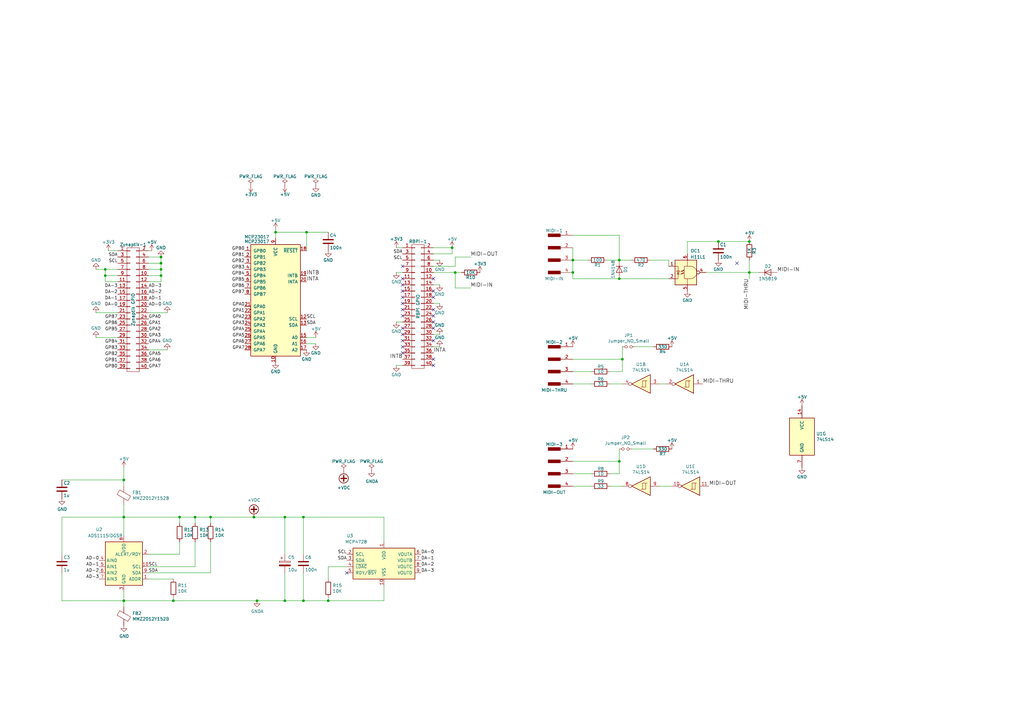
<source format=kicad_sch>
(kicad_sch (version 20211123) (generator eeschema)
  (paper "A3")
  (title_block (title "Zynthian Zynaptik circuit") (rev "0.1") (company "Zynthian"))
  (lib_symbols
    (symbol "74xx:74LS14" (pin_names (offset 1.016))
      (property "Reference" "U" (at 0 1.27 0))
      (property "Value" "74LS14" (at 0 -1.27 0))
      (symbol "74LS14_1_0"
        (pin input line (at -7.62 0 0) (length 3.81) (name "~") (number "1"))
        (pin output inverted (at 7.62 0 180) (length 3.81) (name "~") (number "2"))
      )
      (symbol "74LS14_2_0"
        (pin input line (at -7.62 0 0) (length 3.81) (name "~") (number "3"))
        (pin output inverted (at 7.62 0 180) (length 3.81) (name "~") (number "4"))
      )
      (symbol "74LS14_3_0"
        (pin input line (at -7.62 0 0) (length 3.81) (name "~") (number "5"))
        (pin output inverted (at 7.62 0 180) (length 3.81) (name "~") (number "6"))
      )
      (symbol "74LS14_4_0"
        (pin output inverted (at 7.62 0 180) (length 3.81) (name "~") (number "8"))
        (pin input line (at -7.62 0 0) (length 3.81) (name "~") (number "9"))
      )
      (symbol "74LS14_5_0"
        (pin output inverted (at 7.62 0 180) (length 3.81) (name "~") (number "10"))
        (pin input line (at -7.62 0 0) (length 3.81) (name "~") (number "11"))
      )
      (symbol "74LS14_6_0"
        (pin output inverted (at 7.62 0 180) (length 3.81) (name "~") (number "12"))
        (pin input line (at -7.62 0 0) (length 3.81) (name "~") (number "13"))
      )
      (symbol "74LS14_7_0"
        (pin power_in line (at 0 12.7 270) (length 5.08) (name "VCC") (number "14"))
        (pin power_in line (at 0 -12.7 90) (length 5.08) (name "GND") (number "7"))
      )
    )
    (symbol "Analog_ADC:ADS1115IDGS"
      (property "Reference" "U" (at 2.54 13.97 0))
      (property "Value" "ADS1115IDGS" (at 7.62 11.43 0))
      (symbol "ADS1115IDGS_1_1"
        (pin input line (at 10.16 -5.08 180) (length 2.54) (name "ADDR") (number "1"))
        (pin input line (at 10.16 0 180) (length 2.54) (name "SCL") (number "10"))
        (pin output line (at 10.16 5.08 180) (length 2.54) (name "ALERT/RDY") (number "2"))
        (pin power_in line (at 0 -10.16 90) (length 2.54) (name "GND") (number "3"))
        (pin input line (at -10.16 2.54 0) (length 2.54) (name "AIN0") (number "4"))
        (pin input line (at -10.16 0 0) (length 2.54) (name "AIN1") (number "5"))
        (pin input line (at -10.16 -2.54 0) (length 2.54) (name "AIN2") (number "6"))
        (pin input line (at -10.16 -5.08 0) (length 2.54) (name "AIN3") (number "7"))
        (pin power_in line (at 0 12.7 270) (length 2.54) (name "VDD") (number "8"))
        (pin bidirectional line (at 10.16 -2.54 180) (length 2.54) (name "SDA") (number "9"))
      )
    )
    (symbol "Analog_DAC:MCP4728" (pin_names (offset 1.016))
      (property "Reference" "U" (at -12.7 6.35 0))
      (property "Value" "MCP4728" (at 12.7 6.35 0))
      (symbol "MCP4728_1_1"
        (pin power_in line (at 0 7.62 270) (length 2.54) (name "VDD") (number "1"))
        (pin power_in line (at 0 -10.16 90) (length 2.54) (name "VSS") (number "10"))
        (pin input line (at -15.24 2.54 0) (length 2.54) (name "SCL") (number "2"))
        (pin bidirectional line (at -15.24 0 0) (length 2.54) (name "SDA") (number "3"))
        (pin input line (at -15.24 -2.54 0) (length 2.54) (name "~{LDAC}") (number "4"))
        (pin output line (at -15.24 -5.08 0) (length 2.54) (name "RDY/~{BSY}") (number "5"))
        (pin output line (at 15.24 2.54 180) (length 2.54) (name "VOUTA") (number "6"))
        (pin output line (at 15.24 0 180) (length 2.54) (name "VOUTB") (number "7"))
        (pin output line (at 15.24 -2.54 180) (length 2.54) (name "VOUTC") (number "8"))
        (pin output line (at 15.24 -5.08 180) (length 2.54) (name "VOUTD") (number "9"))
      )
    )
    (symbol "Device:R" (pin_numbers hide) (pin_names (offset 0))
      (property "Reference" "R" (at 2.032 0 90))
      (property "Value" "R" (at 0 0 90))
      (symbol "R_1_1"
        (pin passive line (at 0 3.81 270) (length 1.27) (name "~") (number "1"))
        (pin passive line (at 0 -3.81 90) (length 1.27) (name "~") (number "2"))
      )
    )
    (symbol "power:+VDC" (power) (pin_names (offset 0))
      (property "Value" "+VDC" (at 0 6.35 0))
      (symbol "+VDC_1_1"
        (pin power_in line (at 0 0 90) (length 0) hide (name "+VDC") (number "1"))
      )
    )
    (symbol "power:GND" (power) (pin_names (offset 0))
      (property "Value" "GND" (at 0 -3.81 0))
      (symbol "GND_1_1"
        (pin power_in line (at 0 0 270) (length 0) hide (name "GND") (number "1"))
      )
    )
    (symbol "power:GNDA" (power) (pin_names (offset 0))
      (property "Value" "GNDA" (at 0 -3.81 0))
      (symbol "GNDA_1_1"
        (pin power_in line (at 0 0 270) (length 0) hide (name "GNDA") (number "1"))
      )
    )
    (symbol "zynthian_zynaptik-rescue:+3.3V-power1-zynthian_zynaptik-rescue" (power) (pin_names (offset 0))
      (property "Value" "+3.3V-power1-zynthian_zynaptik-rescue" (at 0 3.556 0))
      (symbol "+3.3V-power1-zynthian_zynaptik-rescue_1_1"
        (pin power_in line (at 0 0 90) (length 0) hide (name "+3V3") (number "1"))
      )
    )
    (symbol "zynthian_zynaptik-rescue:+5V-power1-zynthian_zynaptik-rescue" (power) (pin_names (offset 0))
      (property "Value" "+5V-power1-zynthian_zynaptik-rescue" (at 0 3.556 0))
      (symbol "+5V-power1-zynthian_zynaptik-rescue_1_1"
        (pin power_in line (at 0 0 90) (length 0) hide (name "+5V") (number "1"))
      )
    )
    (symbol "zynthian_zynaptik-rescue:C-device-zynthian_zynaptik-rescue" (pin_numbers hide) (pin_names (offset 0.254))
      (property "Reference" "C" (at 0.635 2.54 0))
      (property "Value" "C-device-zynthian_zynaptik-rescue" (at 0.635 -2.54 0))
      (symbol "C-device-zynthian_zynaptik-rescue_1_1"
        (pin passive line (at 0 3.81 270) (length 2.794) (name "~") (number "1"))
        (pin passive line (at 0 -3.81 90) (length 2.794) (name "~") (number "2"))
      )
    )
    (symbol "zynthian_zynaptik-rescue:CONN_01X04_MALE-conn-zynthian_zynaptik-rescue" (pin_names (offset 1.016) hide)
      (property "Reference" "J" (at 0 9.525 0))
      (property "Value" "CONN_01X04_MALE-conn-zynthian_zynaptik-rescue" (at 0 -10.16 0))
      (symbol "CONN_01X04_MALE-conn-zynthian_zynaptik-rescue_1_1"
        (pin passive line (at 7.62 7.62 180) (length 5.08) (name "1") (number "1"))
        (pin passive line (at 7.62 2.54 180) (length 5.08) (name "2") (number "2"))
        (pin passive line (at 7.62 -2.54 180) (length 5.08) (name "3") (number "3"))
        (pin passive line (at 7.62 -7.62 180) (length 5.08) (name "4") (number "4"))
      )
    )
    (symbol "zynthian_zynaptik-rescue:CONN_02X20-conn-zynthian_zynaptik-rescue" (pin_names (offset 0.0254) hide)
      (property "Reference" "J" (at 0 26.67 0))
      (property "Value" "CONN_02X20-conn-zynthian_zynaptik-rescue" (at 0 0 90))
      (symbol "CONN_02X20-conn-zynthian_zynaptik-rescue_1_1"
        (pin passive line (at -6.35 24.13 0) (length 3.81) (name "P1") (number "1"))
        (pin passive line (at 6.35 13.97 180) (length 3.81) (name "P10") (number "10"))
        (pin passive line (at -6.35 11.43 0) (length 3.81) (name "P11") (number "11"))
        (pin passive line (at 6.35 11.43 180) (length 3.81) (name "P12") (number "12"))
        (pin passive line (at -6.35 8.89 0) (length 3.81) (name "P13") (number "13"))
        (pin passive line (at 6.35 8.89 180) (length 3.81) (name "P14") (number "14"))
        (pin passive line (at -6.35 6.35 0) (length 3.81) (name "P15") (number "15"))
        (pin passive line (at 6.35 6.35 180) (length 3.81) (name "P16") (number "16"))
        (pin passive line (at -6.35 3.81 0) (length 3.81) (name "P17") (number "17"))
        (pin passive line (at 6.35 3.81 180) (length 3.81) (name "P18") (number "18"))
        (pin passive line (at -6.35 1.27 0) (length 3.81) (name "P19") (number "19"))
        (pin passive line (at 6.35 24.13 180) (length 3.81) (name "P2") (number "2"))
        (pin passive line (at 6.35 1.27 180) (length 3.81) (name "P20") (number "20"))
        (pin passive line (at -6.35 -1.27 0) (length 3.81) (name "P21") (number "21"))
        (pin passive line (at 6.35 -1.27 180) (length 3.81) (name "P22") (number "22"))
        (pin passive line (at -6.35 -3.81 0) (length 3.81) (name "P23") (number "23"))
        (pin passive line (at 6.35 -3.81 180) (length 3.81) (name "P24") (number "24"))
        (pin passive line (at -6.35 -6.35 0) (length 3.81) (name "P25") (number "25"))
        (pin passive line (at 6.35 -6.35 180) (length 3.81) (name "P26") (number "26"))
        (pin passive line (at -6.35 -8.89 0) (length 3.81) (name "P27") (number "27"))
        (pin passive line (at 6.35 -8.89 180) (length 3.81) (name "P28") (number "28"))
        (pin passive line (at -6.35 -11.43 0) (length 3.81) (name "P29") (number "29"))
        (pin passive line (at -6.35 21.59 0) (length 3.81) (name "P3") (number "3"))
        (pin passive line (at 6.35 -11.43 180) (length 3.81) (name "P30") (number "30"))
        (pin passive line (at -6.35 -13.97 0) (length 3.81) (name "P31") (number "31"))
        (pin passive line (at 6.35 -13.97 180) (length 3.81) (name "P32") (number "32"))
        (pin passive line (at -6.35 -16.51 0) (length 3.81) (name "P33") (number "33"))
        (pin passive line (at 6.35 -16.51 180) (length 3.81) (name "P34") (number "34"))
        (pin passive line (at -6.35 -19.05 0) (length 3.81) (name "P35") (number "35"))
        (pin passive line (at 6.35 -19.05 180) (length 3.81) (name "P36") (number "36"))
        (pin passive line (at -6.35 -21.59 0) (length 3.81) (name "P37") (number "37"))
        (pin passive line (at 6.35 -21.59 180) (length 3.81) (name "P38") (number "38"))
        (pin passive line (at -6.35 -24.13 0) (length 3.81) (name "P39") (number "39"))
        (pin passive line (at 6.35 21.59 180) (length 3.81) (name "P4") (number "4"))
        (pin passive line (at 6.35 -24.13 180) (length 3.81) (name "P40") (number "40"))
        (pin passive line (at -6.35 19.05 0) (length 3.81) (name "P5") (number "5"))
        (pin passive line (at 6.35 19.05 180) (length 3.81) (name "P6") (number "6"))
        (pin passive line (at -6.35 16.51 0) (length 3.81) (name "P7") (number "7"))
        (pin passive line (at 6.35 16.51 180) (length 3.81) (name "P8") (number "8"))
        (pin passive line (at -6.35 13.97 0) (length 3.81) (name "P9") (number "9"))
      )
    )
    (symbol "zynthian_zynaptik-rescue:CP-Device" (pin_numbers hide) (pin_names (offset 0.254))
      (property "Reference" "C" (at 0.635 2.54 0))
      (property "Value" "CP-Device" (at 0.635 -2.54 0))
      (symbol "CP-Device_1_1"
        (pin passive line (at 0 3.81 270) (length 2.794) (name "~") (number "1"))
        (pin passive line (at 0 -3.81 90) (length 2.794) (name "~") (number "2"))
      )
    )
    (symbol "zynthian_zynaptik-rescue:D-device-zynthian_zynaptik-rescue" (pin_numbers hide) (pin_names (offset 1.016) hide)
      (property "Reference" "D" (at 0 2.54 0))
      (property "Value" "D-device-zynthian_zynaptik-rescue" (at 0 -2.54 0))
      (symbol "D-device-zynthian_zynaptik-rescue_1_1"
        (pin passive line (at -3.81 0 0) (length 2.54) (name "K") (number "1"))
        (pin passive line (at 3.81 0 180) (length 2.54) (name "A") (number "2"))
      )
    )
    (symbol "zynthian_zynaptik-rescue:Ferrite_Bead-Device" (pin_numbers hide) (pin_names (offset 0))
      (property "Reference" "FB" (at -3.81 0.635 90))
      (property "Value" "Ferrite_Bead-Device" (at 3.81 0 90))
      (symbol "Ferrite_Bead-Device_1_1"
        (pin passive line (at 0 3.81 270) (length 2.54) (name "~") (number "1"))
        (pin passive line (at 0 -3.81 90) (length 2.54) (name "~") (number "2"))
      )
    )
    (symbol "zynthian_zynaptik-rescue:GND-power1-zynthian_zynaptik-rescue" (power) (pin_names (offset 0))
      (property "Value" "GND-power1-zynthian_zynaptik-rescue" (at 0 -3.81 0))
      (symbol "GND-power1-zynthian_zynaptik-rescue_1_1"
        (pin power_in line (at 0 0 270) (length 0) hide (name "GND") (number "1"))
      )
    )
    (symbol "zynthian_zynaptik-rescue:H11L1-opto-zynthian_zynaptik-rescue" (pin_names (offset 1.016))
      (property "Reference" "U" (at 1.27 8.89 0))
      (property "Value" "H11L1-opto-zynthian_zynaptik-rescue" (at 1.27 6.35 0))
      (symbol "H11L1-opto-zynthian_zynaptik-rescue_1_1"
        (pin passive line (at -7.62 2.54 0) (length 2.54) (name "~") (number "1"))
        (pin passive line (at -7.62 -2.54 0) (length 2.54) (name "~") (number "2"))
        (pin no_connect line (at -7.62 0 0) (length 2.54) hide (name "~") (number "3"))
        (pin output inverted (at 7.62 0 180) (length 3.81) (name "~") (number "4"))
        (pin power_in line (at 0 -7.62 90) (length 2.54) (name "~") (number "5"))
        (pin power_in line (at 0 7.62 270) (length 2.54) (name "~") (number "6"))
      )
    )
    (symbol "zynthian_zynaptik-rescue:Jumper_NO_Small-device-zynthian_zynaptik-rescue" (pin_numbers hide) (pin_names (offset 0.762) hide)
      (property "Reference" "JP" (at 0 2.032 0))
      (property "Value" "Jumper_NO_Small-device-zynthian_zynaptik-rescue" (at 0.254 -1.524 0))
      (symbol "Jumper_NO_Small-device-zynthian_zynaptik-rescue_0_1"
        (pin passive line (at -2.54 0 0) (length 1.016) (name "1") (number "1"))
        (pin passive line (at 2.54 0 180) (length 1.016) (name "2") (number "2"))
      )
    )
    (symbol "zynthian_zynaptik-rescue:MCP23017-microchip-zynthian_zynaptik-rescue" (pin_names (offset 1.016))
      (property "Reference" "U" (at -2.54 26.035 0))
      (property "Value" "MCP23017-microchip-zynthian_zynaptik-rescue" (at -2.54 24.13 0))
      (symbol "MCP23017-microchip-zynthian_zynaptik-rescue_1_1"
        (pin bidirectional line (at -12.7 20.32 0) (length 2.54) (name "GPB0") (number "1"))
        (pin power_in line (at 0 -25.4 90) (length 2.54) (name "GND") (number "10"))
        (pin input line (at 12.7 -7.62 180) (length 2.54) (name "SCL") (number "12"))
        (pin bidirectional line (at 12.7 -10.16 180) (length 2.54) (name "SDA") (number "13"))
        (pin input line (at 12.7 -15.24 180) (length 2.54) (name "A0") (number "15"))
        (pin input line (at 12.7 -17.78 180) (length 2.54) (name "A1") (number "16"))
        (pin input line (at 12.7 -20.32 180) (length 2.54) (name "A2") (number "17"))
        (pin input line (at 12.7 20.32 180) (length 2.54) (name "~{RESET}") (number "18"))
        (pin output line (at 12.7 10.16 180) (length 2.54) (name "INTB") (number "19"))
        (pin bidirectional line (at -12.7 17.78 0) (length 2.54) (name "GPB1") (number "2"))
        (pin output line (at 12.7 7.62 180) (length 2.54) (name "INTA") (number "20"))
        (pin bidirectional line (at -12.7 -2.54 0) (length 2.54) (name "GPA0") (number "21"))
        (pin bidirectional line (at -12.7 -5.08 0) (length 2.54) (name "GPA1") (number "22"))
        (pin bidirectional line (at -12.7 -7.62 0) (length 2.54) (name "GPA2") (number "23"))
        (pin bidirectional line (at -12.7 -10.16 0) (length 2.54) (name "GPA3") (number "24"))
        (pin bidirectional line (at -12.7 -12.7 0) (length 2.54) (name "GPA4") (number "25"))
        (pin bidirectional line (at -12.7 -15.24 0) (length 2.54) (name "GPA5") (number "26"))
        (pin bidirectional line (at -12.7 -17.78 0) (length 2.54) (name "GPA6") (number "27"))
        (pin bidirectional line (at -12.7 -20.32 0) (length 2.54) (name "GPA7") (number "28"))
        (pin bidirectional line (at -12.7 15.24 0) (length 2.54) (name "GPB2") (number "3"))
        (pin bidirectional line (at -12.7 12.7 0) (length 2.54) (name "GPB3") (number "4"))
        (pin bidirectional line (at -12.7 10.16 0) (length 2.54) (name "GPB4") (number "5"))
        (pin bidirectional line (at -12.7 7.62 0) (length 2.54) (name "GPB5") (number "6"))
        (pin bidirectional line (at -12.7 5.08 0) (length 2.54) (name "GPB6") (number "7"))
        (pin bidirectional line (at -12.7 2.54 0) (length 2.54) (name "GPB7") (number "8"))
        (pin power_in line (at 0 25.4 270) (length 2.54) (name "VCC") (number "9"))
      )
    )
    (symbol "zynthian_zynaptik-rescue:PWR_FLAG-power1-zynthian_zynaptik-rescue" (power) (pin_numbers hide) (pin_names (offset 0) hide)
      (property "Value" "PWR_FLAG-power1-zynthian_zynaptik-rescue" (at 0 3.81 0))
      (symbol "PWR_FLAG-power1-zynthian_zynaptik-rescue_0_0"
        (pin power_out line (at 0 0 90) (length 0) (name "pwr") (number "1"))
      )
    )
    (symbol "zynthian_zynaptik-rescue:R-device-zynthian_zynaptik-rescue" (pin_numbers hide) (pin_names (offset 0))
      (property "Reference" "R" (at 2.032 0 90))
      (property "Value" "R-device-zynthian_zynaptik-rescue" (at 0 0 90))
      (symbol "R-device-zynthian_zynaptik-rescue_1_1"
        (pin passive line (at 0 3.81 270) (length 1.27) (name "~") (number "1"))
        (pin passive line (at 0 -3.81 90) (length 1.27) (name "~") (number "2"))
      )
    )
  )
  (junction (at 116.84 212.09))
  (junction (at 50.8 246.38))
  (junction (at 125.73 95.25))
  (junction (at 50.8 196.85))
  (junction (at 50.8 212.09))
  (junction (at 185.42 101.6))
  (junction (at 43.18 110.49))
  (junction (at 134.62 246.38))
  (junction (at 104.14 212.09))
  (junction (at 307.34 99.06))
  (junction (at 66.04 113.03))
  (junction (at 66.04 107.95))
  (junction (at 294.64 99.06))
  (junction (at 105.41 246.38))
  (junction (at 186.69 111.76))
  (junction (at 254 106.68))
  (junction (at 73.66 212.09))
  (junction (at 66.04 110.49))
  (junction (at 116.84 246.38))
  (junction (at 254 114.3))
  (junction (at 234.95 111.76))
  (junction (at 124.46 246.38))
  (junction (at 307.34 111.76))
  (junction (at 66.04 105.41))
  (junction (at 43.18 113.03))
  (junction (at 234.95 106.68))
  (junction (at 71.12 246.38))
  (junction (at 86.36 212.09))
  (junction (at 255.27 147.32))
  (junction (at 124.46 212.09))
  (junction (at 80.01 212.09))
  (junction (at 254 189.23))
  (junction (at 113.03 95.25))
  (no_connect (at 165.1 129.54))
  (no_connect (at 302.26 107.95))
  (no_connect (at 165.1 119.38))
  (no_connect (at 177.8 149.86))
  (no_connect (at 177.8 147.32))
  (no_connect (at 165.1 127))
  (no_connect (at 177.8 132.08))
  (no_connect (at 177.8 114.3))
  (no_connect (at 165.1 142.24))
  (no_connect (at 177.8 119.38))
  (no_connect (at 165.1 139.7))
  (no_connect (at 177.8 129.54))
  (no_connect (at 165.1 114.3))
  (no_connect (at 165.1 137.16))
  (no_connect (at 142.24 234.95))
  (no_connect (at 177.8 127))
  (no_connect (at 177.8 121.92))
  (no_connect (at 165.1 109.22))
  (no_connect (at 165.1 124.46))
  (no_connect (at 165.1 116.84))
  (no_connect (at 177.8 134.62))
  (no_connect (at 165.1 121.92))
  (no_connect (at 177.8 139.7))
  (no_connect (at 165.1 134.62))
  (no_connect (at 165.1 144.78))
  (wire (pts (xy 86.36 214.63) (xy 86.36 212.09)))
  (wire (pts (xy 124.46 227.33) (xy 124.46 212.09)))
  (wire (pts (xy 66.04 113.03) (xy 66.04 110.49)))
  (wire (pts (xy 71.12 246.38) (xy 50.8 246.38)))
  (wire (pts (xy 48.26 115.57) (xy 43.18 115.57)))
  (wire (pts (xy 71.12 245.11) (xy 71.12 246.38)))
  (wire (pts (xy 255.27 199.39) (xy 250.19 199.39)))
  (wire (pts (xy 177.8 124.46) (xy 180.34 124.46)))
  (wire (pts (xy 43.18 115.57) (xy 43.18 113.03)))
  (wire (pts (xy 124.46 212.09) (xy 116.84 212.09)))
  (wire (pts (xy 255.27 142.24) (xy 255.27 147.32)))
  (wire (pts (xy 307.34 111.76) (xy 311.15 111.76)))
  (wire (pts (xy 266.7 106.68) (xy 274.32 106.68)))
  (wire (pts (xy 177.8 142.24) (xy 180.34 142.24)))
  (wire (pts (xy 25.4 234.95) (xy 25.4 246.38)))
  (wire (pts (xy 66.04 115.57) (xy 66.04 113.03)))
  (wire (pts (xy 43.18 113.03) (xy 43.18 110.49)))
  (wire (pts (xy 250.19 152.4) (xy 255.27 152.4)))
  (wire (pts (xy 281.94 104.14) (xy 281.94 99.06)))
  (wire (pts (xy 234.95 101.6) (xy 234.95 106.68)))
  (wire (pts (xy 250.19 157.48) (xy 255.27 157.48)))
  (wire (pts (xy 25.4 227.33) (xy 25.4 212.09)))
  (wire (pts (xy 116.84 212.09) (xy 104.14 212.09)))
  (wire (pts (xy 43.18 110.49) (xy 48.26 110.49)))
  (wire (pts (xy 186.69 118.11) (xy 193.04 118.11)))
  (wire (pts (xy 80.01 212.09) (xy 73.66 212.09)))
  (wire (pts (xy 255.27 147.32) (xy 255.27 152.4)))
  (wire (pts (xy 270.51 157.48) (xy 273.05 157.48)))
  (wire (pts (xy 177.8 137.16) (xy 180.34 137.16)))
  (wire (pts (xy 125.73 95.25) (xy 134.62 95.25)))
  (wire (pts (xy 125.73 102.87) (xy 125.73 95.25)))
  (wire (pts (xy 86.36 212.09) (xy 80.01 212.09)))
  (wire (pts (xy 104.14 212.09) (xy 86.36 212.09)))
  (wire (pts (xy 254 114.3) (xy 274.32 114.3)))
  (wire (pts (xy 248.92 106.68) (xy 254 106.68)))
  (wire (pts (xy 241.3 106.68) (xy 234.95 106.68)))
  (wire (pts (xy 113.03 95.25) (xy 113.03 97.79)))
  (wire (pts (xy 307.34 111.76) (xy 307.34 114.3)))
  (wire (pts (xy 113.03 93.98) (xy 113.03 95.25)))
  (wire (pts (xy 39.37 128.27) (xy 48.26 128.27)))
  (wire (pts (xy 48.26 102.87) (xy 44.45 102.87)))
  (wire (pts (xy 254 189.23) (xy 254 184.15)))
  (wire (pts (xy 254 96.52) (xy 234.95 96.52)))
  (wire (pts (xy 66.04 110.49) (xy 66.04 107.95)))
  (wire (pts (xy 234.95 152.4) (xy 242.57 152.4)))
  (wire (pts (xy 134.62 245.11) (xy 134.62 246.38)))
  (wire (pts (xy 113.03 95.25) (xy 125.73 95.25)))
  (wire (pts (xy 186.69 109.22) (xy 186.69 105.41)))
  (wire (pts (xy 165.1 111.76) (xy 162.56 111.76)))
  (wire (pts (xy 259.08 184.15) (xy 267.97 184.15)))
  (wire (pts (xy 242.57 199.39) (xy 234.95 199.39)))
  (wire (pts (xy 39.37 138.43) (xy 48.26 138.43)))
  (wire (pts (xy 289.56 111.76) (xy 307.34 111.76)))
  (wire (pts (xy 124.46 246.38) (xy 116.84 246.38)))
  (wire (pts (xy 50.8 207.01) (xy 50.8 212.09)))
  (wire (pts (xy 260.35 142.24) (xy 267.97 142.24)))
  (wire (pts (xy 60.96 105.41) (xy 66.04 105.41)))
  (wire (pts (xy 66.04 107.95) (xy 66.04 105.41)))
  (wire (pts (xy 186.69 111.76) (xy 186.69 118.11)))
  (wire (pts (xy 60.96 237.49) (xy 71.12 237.49)))
  (wire (pts (xy 281.94 99.06) (xy 294.64 99.06)))
  (wire (pts (xy 125.73 138.43) (xy 129.54 138.43)))
  (wire (pts (xy 60.96 232.41) (xy 80.01 232.41)))
  (wire (pts (xy 234.95 106.68) (xy 234.95 111.76)))
  (wire (pts (xy 60.96 227.33) (xy 73.66 227.33)))
  (wire (pts (xy 307.34 106.68) (xy 307.34 111.76)))
  (wire (pts (xy 86.36 234.95) (xy 86.36 222.25)))
  (wire (pts (xy 80.01 214.63) (xy 80.01 212.09)))
  (wire (pts (xy 157.48 240.03) (xy 157.48 246.38)))
  (wire (pts (xy 73.66 227.33) (xy 73.66 222.25)))
  (wire (pts (xy 134.62 232.41) (xy 134.62 237.49)))
  (wire (pts (xy 124.46 234.95) (xy 124.46 246.38)))
  (wire (pts (xy 105.41 246.38) (xy 71.12 246.38)))
  (wire (pts (xy 157.48 246.38) (xy 134.62 246.38)))
  (wire (pts (xy 25.4 212.09) (xy 50.8 212.09)))
  (wire (pts (xy 162.56 101.6) (xy 165.1 101.6)))
  (wire (pts (xy 60.96 113.03) (xy 66.04 113.03)))
  (wire (pts (xy 50.8 191.77) (xy 50.8 196.85)))
  (wire (pts (xy 60.96 107.95) (xy 66.04 107.95)))
  (wire (pts (xy 50.8 199.39) (xy 50.8 196.85)))
  (wire (pts (xy 50.8 212.09) (xy 50.8 219.71)))
  (wire (pts (xy 116.84 227.33) (xy 116.84 212.09)))
  (wire (pts (xy 177.8 109.22) (xy 186.69 109.22)))
  (wire (pts (xy 254 194.31) (xy 250.19 194.31)))
  (wire (pts (xy 142.24 232.41) (xy 134.62 232.41)))
  (wire (pts (xy 60.96 110.49) (xy 66.04 110.49)))
  (wire (pts (xy 177.8 116.84) (xy 180.34 116.84)))
  (wire (pts (xy 234.95 114.3) (xy 254 114.3)))
  (wire (pts (xy 60.96 102.87) (xy 62.23 102.87)))
  (wire (pts (xy 157.48 222.25) (xy 157.48 212.09)))
  (wire (pts (xy 242.57 194.31) (xy 234.95 194.31)))
  (wire (pts (xy 275.59 199.39) (xy 270.51 199.39)))
  (wire (pts (xy 116.84 246.38) (xy 105.41 246.38)))
  (wire (pts (xy 185.42 104.14) (xy 177.8 104.14)))
  (wire (pts (xy 274.32 106.68) (xy 274.32 109.22)))
  (wire (pts (xy 68.58 128.27) (xy 60.96 128.27)))
  (wire (pts (xy 234.95 111.76) (xy 234.95 114.3)))
  (wire (pts (xy 294.64 99.06) (xy 307.34 99.06)))
  (wire (pts (xy 177.8 106.68) (xy 180.34 106.68)))
  (wire (pts (xy 234.95 147.32) (xy 255.27 147.32)))
  (wire (pts (xy 25.4 246.38) (xy 50.8 246.38)))
  (wire (pts (xy 50.8 246.38) (xy 50.8 242.57)))
  (wire (pts (xy 60.96 143.51) (xy 68.58 143.51)))
  (wire (pts (xy 177.8 111.76) (xy 186.69 111.76)))
  (wire (pts (xy 73.66 212.09) (xy 73.66 214.63)))
  (wire (pts (xy 25.4 196.85) (xy 50.8 196.85)))
  (wire (pts (xy 165.1 132.08) (xy 162.56 132.08)))
  (wire (pts (xy 254 189.23) (xy 254 194.31)))
  (wire (pts (xy 186.69 105.41) (xy 193.04 105.41)))
  (wire (pts (xy 254 106.68) (xy 259.08 106.68)))
  (wire (pts (xy 185.42 101.6) (xy 185.42 104.14)))
  (wire (pts (xy 60.96 234.95) (xy 86.36 234.95)))
  (wire (pts (xy 125.73 140.97) (xy 129.54 140.97)))
  (wire (pts (xy 60.96 115.57) (xy 66.04 115.57)))
  (wire (pts (xy 165.1 149.86) (xy 162.56 149.86)))
  (wire (pts (xy 39.37 110.49) (xy 43.18 110.49)))
  (wire (pts (xy 186.69 111.76) (xy 189.23 111.76)))
  (wire (pts (xy 234.95 189.23) (xy 254 189.23)))
  (wire (pts (xy 48.26 113.03) (xy 43.18 113.03)))
  (wire (pts (xy 177.8 101.6) (xy 185.42 101.6)))
  (wire (pts (xy 50.8 212.09) (xy 73.66 212.09)))
  (wire (pts (xy 80.01 232.41) (xy 80.01 222.25)))
  (wire (pts (xy 157.48 212.09) (xy 124.46 212.09)))
  (wire (pts (xy 116.84 234.95) (xy 116.84 246.38)))
  (wire (pts (xy 134.62 246.38) (xy 124.46 246.38)))
  (wire (pts (xy 242.57 157.48) (xy 234.95 157.48)))
  (wire (pts (xy 50.8 248.92) (xy 50.8 246.38)))
  (wire (pts (xy 254 106.68) (xy 254 96.52)))
  (label "GPA1" (at 100.33 128.27 180))
  (label "SDA" (at 165.1 104.14 180))
  (label "GPB5" (at 100.33 115.57 180))
  (label "GPA4" (at 60.96 140.97 0))
  (label "DA-1" (at 172.72 229.87 0))
  (label "GPB0" (at 100.33 102.87 180))
  (label "SDA" (at 142.24 229.87 180))
  (label "INTA" (at 177.8 144.78 0) (effects (font (size 1.524 1.524))))
  (label "GPB4" (at 48.26 140.97 180))
  (label "SCL" (at 48.26 107.95 180))
  (label "GPA5" (at 60.96 146.05 0))
  (label "AD-2" (at 40.64 234.95 180))
  (label "GPB7" (at 48.26 130.81 180))
  (label "DA-1" (at 48.26 123.19 180))
  (label "DA-3" (at 48.26 118.11 180))
  (label "GPB7" (at 100.33 120.65 180))
  (label "DA-2" (at 48.26 120.65 180))
  (label "SCL" (at 125.73 130.81 0))
  (label "GPA7" (at 100.33 143.51 180))
  (label "GPA0" (at 60.96 130.81 0))
  (label "AD-3" (at 60.96 118.11 0))
  (label "DA-0" (at 172.72 227.33 0))
  (label "GPB0" (at 48.26 151.13 180))
  (label "GPB4" (at 100.33 113.03 180))
  (label "GPA6" (at 100.33 140.97 180))
  (label "MIDI-IN" (at 193.04 118.11 0) (effects (font (size 1.524 1.524))))
  (label "GPA3" (at 100.33 133.35 180))
  (label "SDA" (at 60.96 234.95 0))
  (label "AD-2" (at 60.96 120.65 0))
  (label "INTA" (at 125.73 115.57 0) (effects (font (size 1.524 1.524))))
  (label "AD-0" (at 40.64 229.87 180))
  (label "AD-1" (at 60.96 123.19 0))
  (label "GPB1" (at 100.33 105.41 180))
  (label "GPB6" (at 48.26 133.35 180))
  (label "GPB3" (at 100.33 110.49 180))
  (label "GPB3" (at 48.26 143.51 180))
  (label "INTB" (at 165.1 147.32 180) (effects (font (size 1.524 1.524))))
  (label "SCL" (at 142.24 227.33 180))
  (label "GPA4" (at 100.33 135.89 180))
  (label "DA-0" (at 48.26 125.73 180))
  (label "MIDI-OUT" (at 290.83 199.39 0) (effects (font (size 1.524 1.524))))
  (label "GPA7" (at 60.96 151.13 0))
  (label "SCL" (at 60.96 232.41 0))
  (label "GPB2" (at 48.26 146.05 180))
  (label "SDA" (at 48.26 105.41 180))
  (label "AD-0" (at 60.96 125.73 0))
  (label "GPA3" (at 60.96 138.43 0))
  (label "AD-3" (at 40.64 237.49 180))
  (label "GPA1" (at 60.96 133.35 0))
  (label "MIDI-THRU" (at 288.29 157.48 0) (effects (font (size 1.524 1.524))))
  (label "MIDI-IN" (at 318.77 111.76 0) (effects (font (size 1.524 1.524))))
  (label "GPB1" (at 48.26 148.59 180))
  (label "GPB6" (at 100.33 118.11 180))
  (label "MIDI-OUT" (at 193.04 105.41 0) (effects (font (size 1.524 1.524))))
  (label "GPA5" (at 100.33 138.43 180))
  (label "GPB5" (at 48.26 135.89 180))
  (label "GPA2" (at 100.33 130.81 180))
  (label "GPA0" (at 100.33 125.73 180))
  (label "DA-2" (at 172.72 232.41 0))
  (label "DA-3" (at 172.72 234.95 0))
  (label "SCL" (at 165.1 106.68 180))
  (label "SDA" (at 125.73 133.35 0))
  (label "AD-1" (at 40.64 232.41 180))
  (label "GPA6" (at 60.96 148.59 0))
  (label "GPA2" (at 60.96 135.89 0))
  (label "GPB2" (at 100.33 107.95 180))
  (label "MIDI-THRU" (at 307.34 114.3 270) (effects (font (size 1.524 1.524))))
  (label "INTB" (at 125.73 113.03 0) (effects (font (size 1.524 1.524))))
  (symbol (lib_id "zynthian_zynaptik-rescue:GND-power1-zynthian_zynaptik-rescue") (at 125.73 143.51 0) (unit 1)
    (property "Reference" "#PWR01" (effects hide))
    (property "Value" "GND" (at 125.73 147.32 0))
  )
  (symbol (lib_id "zynthian_zynaptik-rescue:MCP23017-microchip-zynthian_zynaptik-rescue") (at 113.03 123.19 0) (unit 1)
    (property "Reference" "MCP23017" (at 110.49 97.155 0) (effects (justify right)))
    (property "Value" "MCP23017" (at 110.49 99.06 0) (effects (justify right)))
    (property "Footprint" "Package_SO:SSOP-28_5.3x10.2mm_P0.65mm" (effects hide))
  )
  (symbol (lib_id "zynthian_zynaptik-rescue:GND-power1-zynthian_zynaptik-rescue") (at 113.03 148.59 0) (unit 1)
    (property "Reference" "#PWR02" (effects hide))
    (property "Value" "GND" (at 113.03 152.4 0))
  )
  (symbol (lib_id "zynthian_zynaptik-rescue:GND-power1-zynthian_zynaptik-rescue") (at 129.54 140.97 0) (unit 1)
    (property "Reference" "#PWR026" (effects hide))
    (property "Value" "GND" (at 129.54 144.78 0))
  )
  (symbol (lib_id "zynthian_zynaptik-rescue:CONN_02X20-conn-zynthian_zynaptik-rescue") (at 171.45 125.73 0) (unit 1)
    (property "Reference" "RBPi-1" (at 171.45 99.06 0))
    (property "Value" "RBPi GPIO" (at 171.45 125.73 90))
    (property "Footprint" "Connector_PinHeader_2.54mm:PinHeader_2x20_P2.54mm_Vertical" (effects hide))
  )
  (symbol (lib_id "zynthian_zynaptik-rescue:+5V-power1-zynthian_zynaptik-rescue") (at 185.42 101.6 0) (unit 1)
    (property "Reference" "#PWR07" (effects hide))
    (property "Value" "+5V" (at 185.42 98.044 0))
  )
  (symbol (lib_id "zynthian_zynaptik-rescue:+3.3V-power1-zynthian_zynaptik-rescue") (at 162.56 101.6 0) (unit 1)
    (property "Reference" "#PWR08" (effects hide))
    (property "Value" "+3.3V" (at 162.56 98.044 0))
  )
  (symbol (lib_id "zynthian_zynaptik-rescue:GND-power1-zynthian_zynaptik-rescue") (at 180.34 106.68 0) (unit 1)
    (property "Reference" "#PWR09" (effects hide))
    (property "Value" "GND" (at 180.34 110.49 0))
  )
  (symbol (lib_id "zynthian_zynaptik-rescue:GND-power1-zynthian_zynaptik-rescue") (at 180.34 116.84 0) (unit 1)
    (property "Reference" "#PWR010" (effects hide))
    (property "Value" "GND" (at 180.34 120.65 0))
  )
  (symbol (lib_id "zynthian_zynaptik-rescue:GND-power1-zynthian_zynaptik-rescue") (at 180.34 124.46 0) (unit 1)
    (property "Reference" "#PWR011" (effects hide))
    (property "Value" "GND" (at 180.34 128.27 0))
  )
  (symbol (lib_id "zynthian_zynaptik-rescue:GND-power1-zynthian_zynaptik-rescue") (at 180.34 137.16 180) (unit 1)
    (property "Reference" "#PWR012" (effects hide))
    (property "Value" "GND" (at 180.34 133.35 0))
  )
  (symbol (lib_id "zynthian_zynaptik-rescue:GND-power1-zynthian_zynaptik-rescue") (at 180.34 142.24 180) (unit 1)
    (property "Reference" "#PWR013" (effects hide))
    (property "Value" "GND" (at 180.34 138.43 0))
  )
  (symbol (lib_id "zynthian_zynaptik-rescue:GND-power1-zynthian_zynaptik-rescue") (at 162.56 111.76 0) (unit 1)
    (property "Reference" "#PWR014" (effects hide))
    (property "Value" "GND" (at 162.56 115.57 0))
  )
  (symbol (lib_id "zynthian_zynaptik-rescue:GND-power1-zynthian_zynaptik-rescue") (at 162.56 132.08 0) (unit 1)
    (property "Reference" "#PWR015" (effects hide))
    (property "Value" "GND" (at 162.56 135.89 0))
  )
  (symbol (lib_id "zynthian_zynaptik-rescue:GND-power1-zynthian_zynaptik-rescue") (at 162.56 149.86 0) (unit 1)
    (property "Reference" "#PWR016" (effects hide))
    (property "Value" "GND" (at 162.56 153.67 0))
  )
  (symbol (lib_id "zynthian_zynaptik-rescue:PWR_FLAG-power1-zynthian_zynaptik-rescue") (at 116.84 76.2 0) (unit 1)
    (property "Reference" "#FLG017" (effects hide))
    (property "Value" "PWR_FLAG" (at 116.84 72.39 0))
  )
  (symbol (lib_id "zynthian_zynaptik-rescue:PWR_FLAG-power1-zynthian_zynaptik-rescue") (at 129.54 76.2 0) (unit 1)
    (property "Reference" "#FLG018" (effects hide))
    (property "Value" "PWR_FLAG" (at 129.54 72.39 0))
  )
  (symbol (lib_id "zynthian_zynaptik-rescue:+5V-power1-zynthian_zynaptik-rescue") (at 113.03 93.98 0) (unit 1)
    (property "Reference" "#PWR019" (effects hide))
    (property "Value" "+5V" (at 113.03 90.424 0))
  )
  (symbol (lib_id "zynthian_zynaptik-rescue:+5V-power1-zynthian_zynaptik-rescue") (at 116.84 76.2 180) (unit 1)
    (property "Reference" "#PWR020" (effects hide))
    (property "Value" "+5V" (at 116.84 79.756 0))
  )
  (symbol (lib_id "zynthian_zynaptik-rescue:GND-power1-zynthian_zynaptik-rescue") (at 129.54 76.2 0) (unit 1)
    (property "Reference" "#PWR021" (effects hide))
    (property "Value" "GND" (at 129.54 80.01 0))
  )
  (symbol (lib_id "zynthian_zynaptik-rescue:PWR_FLAG-power1-zynthian_zynaptik-rescue") (at 102.87 76.2 0) (unit 1)
    (property "Reference" "#FLG023" (effects hide))
    (property "Value" "PWR_FLAG" (at 102.87 72.39 0))
  )
  (symbol (lib_id "zynthian_zynaptik-rescue:+3.3V-power1-zynthian_zynaptik-rescue") (at 102.87 76.2 180) (unit 1)
    (property "Reference" "#PWR024" (effects hide))
    (property "Value" "+3.3V" (at 102.87 79.756 0))
  )
  (symbol (lib_id "zynthian_zynaptik-rescue:H11L1-opto-zynthian_zynaptik-rescue") (at 281.94 111.76 0) (unit 1)
    (property "Reference" "OC1" (at 283.21 102.87 0) (effects (justify left)))
    (property "Value" "H11L1" (at 283.21 105.41 0) (effects (justify left)))
    (property "Footprint" "Package_DIP:DIP-6_W8.89mm_SMDSocket_LongPads" (effects hide))
  )
  (symbol (lib_id "zynthian_zynaptik-rescue:D-device-zynthian_zynaptik-rescue") (at 254 110.49 270) (unit 1)
    (property "Reference" "D1" (at 256.54 110.49 0))
    (property "Value" "1N4148" (at 251.46 110.49 0))
    (property "Footprint" "Diode_SMD:D_SOD-323F" (effects hide))
  )
  (symbol (lib_id "zynthian_zynaptik-rescue:R-device-zynthian_zynaptik-rescue") (at 245.11 106.68 270) (unit 1)
    (property "Reference" "R1" (at 245.11 108.712 90))
    (property "Value" "100" (at 245.11 106.68 90))
    (property "Footprint" "Resistor_SMD:R_0805_2012Metric" (effects hide))
  )
  (symbol (lib_id "zynthian_zynaptik-rescue:R-device-zynthian_zynaptik-rescue") (at 262.89 106.68 270) (unit 1)
    (property "Reference" "R2" (at 262.89 108.712 90))
    (property "Value" "470" (at 262.89 106.68 90))
    (property "Footprint" "Resistor_SMD:R_0805_2012Metric" (effects hide))
  )
  (symbol (lib_id "zynthian_zynaptik-rescue:R-device-zynthian_zynaptik-rescue") (at 307.34 102.87 0) (unit 1)
    (property "Reference" "R3" (at 309.372 102.87 90))
    (property "Value" "1K" (at 307.34 102.87 90))
    (property "Footprint" "Resistor_SMD:R_0805_2012Metric" (effects hide))
  )
  (symbol (lib_id "zynthian_zynaptik-rescue:D-device-zynthian_zynaptik-rescue") (at 314.96 111.76 0) (unit 1)
    (property "Reference" "D2" (at 314.96 109.22 0))
    (property "Value" "1N5819" (at 314.96 114.3 0))
    (property "Footprint" "Diode_SMD:D_SOD-123" (effects hide))
  )
  (symbol (lib_id "zynthian_zynaptik-rescue:GND-power1-zynthian_zynaptik-rescue") (at 281.94 119.38 0) (unit 1)
    (property "Reference" "#PWR027" (effects hide))
    (property "Value" "GND" (at 281.94 123.19 0))
  )
  (symbol (lib_id "zynthian_zynaptik-rescue:CONN_01X04_MALE-conn-zynthian_zynaptik-rescue") (at 227.33 104.14 0) (unit 1)
    (property "Reference" "MIDI-1" (at 227.33 94.615 0))
    (property "Value" "MIDI-IN" (at 227.33 114.3 0))
    (property "Footprint" "Connector_JST:JST_SH_BM04B-SRSS-TB_1x04-1MP_P1.00mm_Vertical" (effects hide))
  )
  (symbol (lib_id "zynthian_zynaptik-rescue:+5V-power1-zynthian_zynaptik-rescue") (at 307.34 99.06 0) (unit 1)
    (property "Reference" "#PWR028" (effects hide))
    (property "Value" "+5V" (at 307.34 95.504 0))
  )
  (symbol (lib_id "zynthian_zynaptik-rescue:CONN_01X04_MALE-conn-zynthian_zynaptik-rescue") (at 227.33 149.86 0) (unit 1)
    (property "Reference" "MIDI-2" (at 227.33 140.335 0))
    (property "Value" "MIDI-THRU" (at 227.33 160.02 0))
    (property "Footprint" "Connector_JST:JST_SH_BM04B-SRSS-TB_1x04-1MP_P1.00mm_Vertical" (effects hide))
  )
  (symbol (lib_id "zynthian_zynaptik-rescue:C-device-zynthian_zynaptik-rescue") (at 294.64 102.87 0) (unit 1)
    (property "Reference" "C1" (at 295.275 100.33 0) (effects (justify left)))
    (property "Value" "100n" (at 295.275 105.41 0) (effects (justify left)))
    (property "Footprint" "Capacitor_SMD:C_0805_2012Metric" (effects hide))
  )
  (symbol (lib_id "zynthian_zynaptik-rescue:GND-power1-zynthian_zynaptik-rescue") (at 294.64 106.68 0) (unit 1)
    (property "Reference" "#PWR029" (effects hide))
    (property "Value" "GND" (at 294.64 110.49 0))
  )
  (symbol (lib_id "zynthian_zynaptik-rescue:CONN_01X04_MALE-conn-zynthian_zynaptik-rescue") (at 227.33 191.77 0) (unit 1)
    (property "Reference" "MIDI-3" (at 227.33 182.245 0))
    (property "Value" "MIDI-OUT" (at 227.33 201.93 0))
    (property "Footprint" "Connector_JST:JST_SH_BM04B-SRSS-TB_1x04-1MP_P1.00mm_Vertical" (effects hide))
  )
  (symbol (lib_id "zynthian_zynaptik-rescue:R-device-zynthian_zynaptik-rescue") (at 193.04 111.76 270) (unit 1)
    (property "Reference" "R10" (at 193.04 113.792 90))
    (property "Value" "10K" (at 193.04 111.76 90))
    (property "Footprint" "Resistor_SMD:R_0603_1608Metric" (effects hide))
  )
  (symbol (lib_id "zynthian_zynaptik-rescue:+3.3V-power1-zynthian_zynaptik-rescue") (at 196.85 111.76 0) (unit 1)
    (property "Reference" "#PWR040" (effects hide))
    (property "Value" "+3.3V" (at 196.85 108.204 0))
  )
  (symbol (lib_id "zynthian_zynaptik-rescue:C-device-zynthian_zynaptik-rescue") (at 134.62 99.06 0) (unit 1)
    (property "Reference" "C4" (at 135.255 96.52 0) (effects (justify left)))
    (property "Value" "100n" (at 135.255 101.6 0) (effects (justify left)))
    (property "Footprint" "Capacitor_SMD:C_0805_2012Metric" (effects hide))
  )
  (symbol (lib_id "zynthian_zynaptik-rescue:GND-power1-zynthian_zynaptik-rescue") (at 134.62 102.87 0) (unit 1)
    (property "Reference" "#PWR041" (effects hide))
    (property "Value" "GND" (at 134.62 106.68 0))
  )
  (symbol (lib_id "zynthian_zynaptik-rescue:+5V-power1-zynthian_zynaptik-rescue") (at 129.54 138.43 0) (unit 1)
    (property "Reference" "#PWR0101" (effects hide))
    (property "Value" "+5V" (at 129.54 134.874 0))
  )
  (symbol (lib_id "zynthian_zynaptik-rescue:CONN_02X20-conn-zynthian_zynaptik-rescue") (at 54.61 127 0) (unit 1)
    (property "Reference" "Zynaptik-1" (at 54.61 100.33 0))
    (property "Value" "Zynaptik GPIO" (at 54.61 127 90))
    (property "Footprint" "Connector_PinHeader_2.54mm:PinHeader_2x20_P2.54mm_Vertical" (effects hide))
  )
  (symbol (lib_id "zynthian_zynaptik-rescue:+3.3V-power1-zynthian_zynaptik-rescue") (at 44.45 102.87 0) (unit 1)
    (property "Reference" "#PWR0102" (effects hide))
    (property "Value" "+3.3V" (at 44.45 99.314 0))
  )
  (symbol (lib_id "zynthian_zynaptik-rescue:+5V-power1-zynthian_zynaptik-rescue") (at 62.23 102.87 0) (unit 1)
    (property "Reference" "#PWR0103" (effects hide))
    (property "Value" "+5V" (at 62.23 99.314 0))
  )
  (symbol (lib_id "zynthian_zynaptik-rescue:GND-power1-zynthian_zynaptik-rescue") (at 66.04 105.41 180) (unit 1)
    (property "Reference" "#PWR0104" (effects hide))
    (property "Value" "GND" (at 66.04 101.6 0))
  )
  (symbol (lib_id "zynthian_zynaptik-rescue:GND-power1-zynthian_zynaptik-rescue") (at 39.37 128.27 180) (unit 1)
    (property "Reference" "#PWR0109" (effects hide))
    (property "Value" "GND" (at 39.37 124.46 0))
  )
  (symbol (lib_id "zynthian_zynaptik-rescue:GND-power1-zynthian_zynaptik-rescue") (at 39.37 110.49 180) (unit 1)
    (property "Reference" "#PWR0110" (effects hide))
    (property "Value" "GND" (at 39.37 106.68 0))
  )
  (symbol (lib_id "zynthian_zynaptik-rescue:GND-power1-zynthian_zynaptik-rescue") (at 68.58 128.27 180) (unit 1)
    (property "Reference" "#PWR0112" (effects hide))
    (property "Value" "GND" (at 68.58 124.46 0))
  )
  (symbol (lib_id "zynthian_zynaptik-rescue:GND-power1-zynthian_zynaptik-rescue") (at 68.58 143.51 180) (unit 1)
    (property "Reference" "#PWR0113" (effects hide))
    (property "Value" "GND" (at 68.58 139.7 0))
  )
  (symbol (lib_id "zynthian_zynaptik-rescue:GND-power1-zynthian_zynaptik-rescue") (at 39.37 138.43 180) (unit 1)
    (property "Reference" "#PWR03" (effects hide))
    (property "Value" "GND" (at 39.37 134.62 0))
  )
  (symbol (lib_id "74xx:74LS14") (at 280.67 157.48 180) (unit 1)
    (property "Reference" "U1" (at 280.67 149.4282 0))
    (property "Value" "74LS14" (at 280.67 151.7396 0))
    (property "Footprint" "Package_SO:SOIC-14_3.9x8.7mm_P1.27mm" (effects hide))
    (property "Datasheet" "http://www.ti.com/lit/gpn/sn74LS14" (effects hide))
  )
  (symbol (lib_id "74xx:74LS14") (at 262.89 157.48 180) (unit 2)
    (property "Reference" "U1" (at 262.89 149.4282 0))
    (property "Value" "74LS14" (at 262.89 151.7396 0))
    (property "Footprint" "Package_SO:SOIC-14_3.9x8.7mm_P1.27mm" (effects hide))
    (property "Datasheet" "http://www.ti.com/lit/gpn/sn74LS14" (effects hide))
  )
  (symbol (lib_id "zynthian_zynaptik-rescue:R-device-zynthian_zynaptik-rescue") (at 246.38 157.48 90) (unit 1)
    (property "Reference" "R6" (at 246.38 155.448 90))
    (property "Value" "33" (at 246.38 157.48 90))
    (property "Footprint" "Resistor_SMD:R_0805_2012Metric" (effects hide))
  )
  (symbol (lib_id "zynthian_zynaptik-rescue:R-device-zynthian_zynaptik-rescue") (at 246.38 152.4 90) (unit 1)
    (property "Reference" "R5" (at 246.38 150.368 90))
    (property "Value" "10" (at 246.38 152.4 90))
    (property "Footprint" "Resistor_SMD:R_0805_2012Metric" (effects hide))
  )
  (symbol (lib_id "zynthian_zynaptik-rescue:+5V-power1-zynthian_zynaptik-rescue") (at 234.95 142.24 0) (unit 1)
    (property "Reference" "#PWR04" (effects hide))
    (property "Value" "+5V" (at 234.95 138.684 0))
  )
  (symbol (lib_id "74xx:74LS14") (at 262.89 199.39 180) (unit 4)
    (property "Reference" "U1" (at 262.89 191.3382 0))
    (property "Value" "74LS14" (at 262.89 193.6496 0))
    (property "Footprint" "Package_SO:SOIC-14_3.9x8.7mm_P1.27mm" (effects hide))
    (property "Datasheet" "http://www.ti.com/lit/gpn/sn74LS14" (effects hide))
  )
  (symbol (lib_id "74xx:74LS14") (at 283.21 199.39 180) (unit 5)
    (property "Reference" "U1" (at 283.21 191.3382 0))
    (property "Value" "74LS14" (at 283.21 193.6496 0))
    (property "Footprint" "Package_SO:SOIC-14_3.9x8.7mm_P1.27mm" (effects hide))
    (property "Datasheet" "http://www.ti.com/lit/gpn/sn74LS14" (effects hide))
  )
  (symbol (lib_id "zynthian_zynaptik-rescue:R-device-zynthian_zynaptik-rescue") (at 246.38 199.39 90) (unit 1)
    (property "Reference" "R9" (at 246.38 197.358 90))
    (property "Value" "33" (at 246.38 199.39 90))
    (property "Footprint" "Resistor_SMD:R_0805_2012Metric" (effects hide))
  )
  (symbol (lib_id "zynthian_zynaptik-rescue:R-device-zynthian_zynaptik-rescue") (at 246.38 194.31 90) (unit 1)
    (property "Reference" "R8" (at 246.38 192.278 90))
    (property "Value" "10" (at 246.38 194.31 90))
    (property "Footprint" "Resistor_SMD:R_0805_2012Metric" (effects hide))
  )
  (symbol (lib_id "zynthian_zynaptik-rescue:R-device-zynthian_zynaptik-rescue") (at 271.78 184.15 270) (unit 1)
    (property "Reference" "R7" (at 271.78 186.182 90))
    (property "Value" "330" (at 271.78 184.15 90))
    (property "Footprint" "Resistor_SMD:R_0805_2012Metric" (effects hide))
  )
  (symbol (lib_id "zynthian_zynaptik-rescue:+5V-power1-zynthian_zynaptik-rescue") (at 275.59 184.15 0) (unit 1)
    (property "Reference" "#PWR017" (effects hide))
    (property "Value" "+5V" (at 275.59 180.594 0))
  )
  (symbol (lib_id "zynthian_zynaptik-rescue:+5V-power1-zynthian_zynaptik-rescue") (at 234.95 184.15 0) (unit 1)
    (property "Reference" "#PWR05" (effects hide))
    (property "Value" "+5V" (at 234.95 180.594 0))
  )
  (symbol (lib_id "74xx:74LS14") (at 328.93 179.07 0) (unit 7)
    (property "Reference" "U1" (at 334.772 177.9016 0) (effects (justify left)))
    (property "Value" "74LS14" (at 334.772 180.213 0) (effects (justify left)))
    (property "Footprint" "Package_SO:SOIC-14_3.9x8.7mm_P1.27mm" (effects hide))
    (property "Datasheet" "http://www.ti.com/lit/gpn/sn74LS14" (effects hide))
  )
  (symbol (lib_id "zynthian_zynaptik-rescue:+5V-power1-zynthian_zynaptik-rescue") (at 328.93 166.37 0) (unit 1)
    (property "Reference" "#PWR018" (effects hide))
    (property "Value" "+5V" (at 328.93 162.814 0))
  )
  (symbol (lib_id "zynthian_zynaptik-rescue:GND-power1-zynthian_zynaptik-rescue") (at 328.93 191.77 0) (unit 1)
    (property "Reference" "#PWR023" (effects hide))
    (property "Value" "GND" (at 328.93 195.58 0))
  )
  (symbol (lib_id "zynthian_zynaptik-rescue:R-device-zynthian_zynaptik-rescue") (at 271.78 142.24 270) (unit 1)
    (property "Reference" "R4" (at 271.78 144.272 90))
    (property "Value" "330" (at 271.78 142.24 90))
    (property "Footprint" "Resistor_SMD:R_0805_2012Metric" (effects hide))
  )
  (symbol (lib_id "zynthian_zynaptik-rescue:+5V-power1-zynthian_zynaptik-rescue") (at 275.59 142.24 0) (unit 1)
    (property "Reference" "#PWR0111" (effects hide))
    (property "Value" "+5V" (at 275.59 138.684 0))
  )
  (symbol (lib_id "zynthian_zynaptik-rescue:Jumper_NO_Small-device-zynthian_zynaptik-rescue") (at 257.81 142.24 0) (unit 1)
    (property "Reference" "JP1" (at 257.81 137.541 0))
    (property "Value" "Jumper_NO_Small" (at 257.81 139.8524 0))
    (property "Footprint" "Jumper:SolderJumper-2_P1.3mm_Open_Pad1.0x1.5mm" (effects hide))
  )
  (symbol (lib_id "zynthian_zynaptik-rescue:Jumper_NO_Small-device-zynthian_zynaptik-rescue") (at 256.54 184.15 0) (unit 1)
    (property "Reference" "JP2" (at 256.54 179.451 0))
    (property "Value" "Jumper_NO_Small" (at 256.54 181.7624 0))
    (property "Footprint" "Jumper:SolderJumper-2_P1.3mm_Open_Pad1.0x1.5mm" (effects hide))
  )
  (symbol (lib_id "Analog_ADC:ADS1115IDGS") (at 50.8 232.41 0) (unit 1)
    (property "Reference" "U2" (at 40.64 217.17 0))
    (property "Value" "ADS1115IDGSR " (at 43.18 219.71 0))
    (property "Footprint" "Package_SO:VSSOP-10_3x3mm_P0.5mm" (effects hide))
    (property "Datasheet" "http://www.ti.com/lit/ds/symlink/ads1113.pdf" (effects hide))
  )
  (symbol (lib_id "Device:R") (at 73.66 218.44 0) (unit 1)
    (property "Reference" "R12" (at 75.438 217.2716 0) (effects (justify left)))
    (property "Value" "10K" (at 75.438 219.583 0) (effects (justify left)))
    (property "Footprint" "Resistor_SMD:R_0603_1608Metric" (effects hide))
  )
  (symbol (lib_id "Device:R") (at 80.01 218.44 0) (unit 1)
    (property "Reference" "R13" (at 81.788 217.2716 0) (effects (justify left)))
    (property "Value" "10K" (at 81.788 219.583 0) (effects (justify left)))
    (property "Footprint" "Resistor_SMD:R_0603_1608Metric" (effects hide))
  )
  (symbol (lib_id "Device:R") (at 86.36 218.44 0) (unit 1)
    (property "Reference" "R14" (at 88.138 217.2716 0) (effects (justify left)))
    (property "Value" "10K" (at 88.138 219.583 0) (effects (justify left)))
    (property "Footprint" "Resistor_SMD:R_0603_1608Metric" (effects hide))
  )
  (symbol (lib_id "Device:R") (at 71.12 241.3 0) (unit 1)
    (property "Reference" "R11" (at 72.898 240.1316 0) (effects (justify left)))
    (property "Value" "10K" (at 72.898 242.443 0) (effects (justify left)))
    (property "Footprint" "Resistor_SMD:R_0603_1608Metric" (effects hide))
  )
  (symbol (lib_id "power:GND") (at 50.8 256.54 0) (unit 1)
    (property "Reference" "#PWR030" (effects hide))
    (property "Value" "GND" (at 50.927 260.9342 0))
  )
  (symbol (lib_id "zynthian_zynaptik-rescue:+5V-power1-zynthian_zynaptik-rescue") (at 50.8 191.77 0) (unit 1)
    (property "Reference" "#PWR025" (effects hide))
    (property "Value" "+5V" (at 50.8 188.214 0))
  )
  (symbol (lib_id "zynthian_zynaptik-rescue:C-device-zynthian_zynaptik-rescue") (at 25.4 200.66 0) (unit 1)
    (property "Reference" "C2" (at 26.035 198.12 0) (effects (justify left)))
    (property "Value" "1u" (at 26.035 203.2 0) (effects (justify left)))
    (property "Footprint" "Capacitor_SMD:C_0805_2012Metric" (effects hide))
  )
  (symbol (lib_id "power:GND") (at 25.4 204.47 0) (unit 1)
    (property "Reference" "#PWR06" (effects hide))
    (property "Value" "GND" (at 25.527 208.8642 0))
  )
  (symbol (lib_id "zynthian_zynaptik-rescue:Ferrite_Bead-Device") (at 50.8 203.2 0) (unit 1)
    (property "Reference" "FB1" (at 54.2798 202.0316 0) (effects (justify left)))
    (property "Value" "MMZ2012Y152B" (at 54.2798 204.343 0) (effects (justify left)))
    (property "Footprint" "Resistor_SMD:R_0805_2012Metric" (effects hide))
  )
  (symbol (lib_id "zynthian_zynaptik-rescue:C-device-zynthian_zynaptik-rescue") (at 25.4 231.14 0) (unit 1)
    (property "Reference" "C3" (at 26.035 228.6 0) (effects (justify left)))
    (property "Value" "1u" (at 26.035 233.68 0) (effects (justify left)))
    (property "Footprint" "Capacitor_SMD:C_0805_2012Metric" (effects hide))
  )
  (symbol (lib_id "zynthian_zynaptik-rescue:Ferrite_Bead-Device") (at 50.8 252.73 0) (unit 1)
    (property "Reference" "FB2" (at 54.2798 251.5616 0) (effects (justify left)))
    (property "Value" "MMZ2012Y152B" (at 54.2798 253.873 0) (effects (justify left)))
    (property "Footprint" "Resistor_SMD:R_0805_2012Metric" (effects hide))
  )
  (symbol (lib_id "Analog_DAC:MCP4728") (at 157.48 229.87 0) (unit 1)
    (property "Reference" "U3" (at 143.51 219.71 0))
    (property "Value" "MCP4728" (at 146.05 222.25 0))
    (property "Footprint" "Package_SO:MSOP-10_3x3mm_P0.5mm" (effects hide))
    (property "Datasheet" "http://ww1.microchip.com/downloads/en/DeviceDoc/22187E.pdf" (effects hide))
  )
  (symbol (lib_id "zynthian_zynaptik-rescue:C-device-zynthian_zynaptik-rescue") (at 124.46 231.14 0) (unit 1)
    (property "Reference" "C6" (at 125.095 228.6 0) (effects (justify left)))
    (property "Value" "100n" (at 125.095 233.68 0) (effects (justify left)))
    (property "Footprint" "Capacitor_SMD:C_0805_2012Metric" (effects hide))
  )
  (symbol (lib_id "Device:R") (at 134.62 241.3 0) (unit 1)
    (property "Reference" "R15" (at 136.398 240.1316 0) (effects (justify left)))
    (property "Value" "10K" (at 136.398 242.443 0) (effects (justify left)))
    (property "Footprint" "Resistor_SMD:R_0603_1608Metric" (effects hide))
  )
  (symbol (lib_id "zynthian_zynaptik-rescue:CP-Device") (at 116.84 231.14 0) (unit 1)
    (property "Reference" "C5" (at 118.11 228.6 0) (effects (justify left)))
    (property "Value" "10u" (at 118.11 233.68 0) (effects (justify left)))
    (property "Footprint" "Capacitor_Tantalum_SMD:CP_EIA-3216-12_Kemet-S" (effects hide))
  )
  (symbol (lib_id "power:+VDC") (at 104.14 212.09 0) (unit 1)
    (property "Reference" "#PWR0105" (effects hide))
    (property "Value" "+VDC" (at 104.14 205.105 0))
  )
  (symbol (lib_id "power:GNDA") (at 105.41 246.38 0) (unit 1)
    (property "Reference" "#PWR0106" (effects hide))
    (property "Value" "GNDA" (at 105.537 250.7742 0))
  )
  (symbol (lib_id "power:GNDA") (at 152.4 193.04 0) (unit 1)
    (property "Reference" "#PWR0107" (effects hide))
    (property "Value" "GNDA" (at 152.527 197.4342 0))
  )
  (symbol (lib_id "power:+VDC") (at 140.97 193.04 180) (unit 1)
    (property "Reference" "#PWR0108" (effects hide))
    (property "Value" "+VDC" (at 140.97 200.025 0))
  )
  (symbol (lib_id "zynthian_zynaptik-rescue:PWR_FLAG-power1-zynthian_zynaptik-rescue") (at 140.97 193.04 0) (unit 1)
    (property "Reference" "#FLG0101" (effects hide))
    (property "Value" "PWR_FLAG" (at 140.97 189.23 0))
  )
  (symbol (lib_id "zynthian_zynaptik-rescue:PWR_FLAG-power1-zynthian_zynaptik-rescue") (at 152.4 193.04 0) (unit 1)
    (property "Reference" "#FLG0102" (effects hide))
    (property "Value" "PWR_FLAG" (at 152.4 189.23 0))
  )
)
</source>
